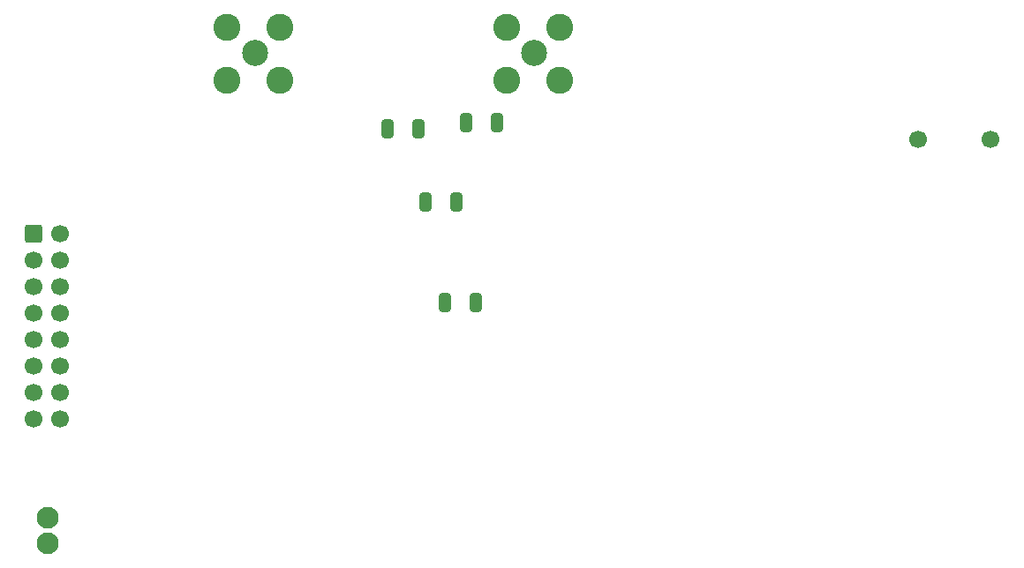
<source format=gbs>
G04 #@! TF.GenerationSoftware,KiCad,Pcbnew,8.0.0*
G04 #@! TF.CreationDate,2024-03-05T11:22:25-05:00*
G04 #@! TF.ProjectId,qse2_ad8137_carrier,71736532-5f61-4643-9831-33375f636172,rev?*
G04 #@! TF.SameCoordinates,Original*
G04 #@! TF.FileFunction,Soldermask,Bot*
G04 #@! TF.FilePolarity,Negative*
%FSLAX46Y46*%
G04 Gerber Fmt 4.6, Leading zero omitted, Abs format (unit mm)*
G04 Created by KiCad (PCBNEW 8.0.0) date 2024-03-05 11:22:25*
%MOMM*%
%LPD*%
G01*
G04 APERTURE LIST*
G04 Aperture macros list*
%AMRoundRect*
0 Rectangle with rounded corners*
0 $1 Rounding radius*
0 $2 $3 $4 $5 $6 $7 $8 $9 X,Y pos of 4 corners*
0 Add a 4 corners polygon primitive as box body*
4,1,4,$2,$3,$4,$5,$6,$7,$8,$9,$2,$3,0*
0 Add four circle primitives for the rounded corners*
1,1,$1+$1,$2,$3*
1,1,$1+$1,$4,$5*
1,1,$1+$1,$6,$7*
1,1,$1+$1,$8,$9*
0 Add four rect primitives between the rounded corners*
20,1,$1+$1,$2,$3,$4,$5,0*
20,1,$1+$1,$4,$5,$6,$7,0*
20,1,$1+$1,$6,$7,$8,$9,0*
20,1,$1+$1,$8,$9,$2,$3,0*%
G04 Aperture macros list end*
%ADD10C,2.600000*%
%ADD11C,2.500000*%
%ADD12C,1.700000*%
%ADD13C,2.100000*%
%ADD14RoundRect,0.250000X-0.600000X-0.600000X0.600000X-0.600000X0.600000X0.600000X-0.600000X0.600000X0*%
%ADD15RoundRect,0.250000X0.325000X0.650000X-0.325000X0.650000X-0.325000X-0.650000X0.325000X-0.650000X0*%
%ADD16RoundRect,0.250000X-0.325000X-0.650000X0.325000X-0.650000X0.325000X0.650000X-0.325000X0.650000X0*%
G04 APERTURE END LIST*
D10*
X121820000Y-42672000D03*
X121820000Y-47752000D03*
X126900000Y-42672000D03*
X126900000Y-47752000D03*
D11*
X124460000Y-45137000D03*
D10*
X148590000Y-42672000D03*
X148590000Y-47752000D03*
X153670000Y-42672000D03*
X153670000Y-47752000D03*
D11*
X151230000Y-45137000D03*
D12*
X195051500Y-53450000D03*
X188051500Y-53450000D03*
D13*
X104597200Y-89752800D03*
X104597200Y-92252800D03*
D14*
X103210000Y-62500000D03*
D12*
X105750000Y-62500000D03*
X103210000Y-65040000D03*
X105750000Y-65040000D03*
X103210000Y-67580000D03*
X105750000Y-67580000D03*
X103210000Y-70120000D03*
X105750000Y-70120000D03*
X103210000Y-72660000D03*
X105750000Y-72660000D03*
X103210000Y-75200000D03*
X105750000Y-75200000D03*
X103210000Y-77740000D03*
X105750000Y-77740000D03*
X103210000Y-80280000D03*
X105750000Y-80280000D03*
D15*
X145669000Y-69088000D03*
X142719000Y-69088000D03*
D16*
X140858000Y-59451000D03*
X143808000Y-59451000D03*
D15*
X140125000Y-52450000D03*
X137175000Y-52450000D03*
X147652000Y-51816000D03*
X144702000Y-51816000D03*
M02*

</source>
